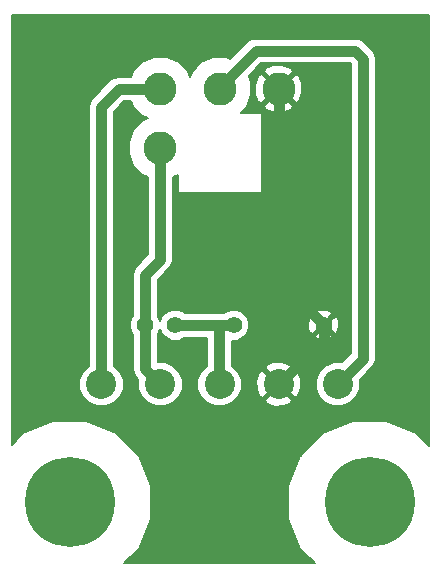
<source format=gbl>
G04 (created by PCBNEW (2013-07-07 BZR 4022)-stable) date 7/29/2015 5:29:03 PM*
%MOIN*%
G04 Gerber Fmt 3.4, Leading zero omitted, Abs format*
%FSLAX34Y34*%
G01*
G70*
G90*
G04 APERTURE LIST*
%ADD10C,0.00590551*%
%ADD11C,0.055*%
%ADD12C,0.110236*%
%ADD13C,0.1*%
%ADD14C,0.3*%
%ADD15C,0.0354331*%
%ADD16C,0.00787402*%
G04 APERTURE END LIST*
G54D10*
G54D11*
X98893Y-45275D03*
X101893Y-45275D03*
X95956Y-45275D03*
X96956Y-45275D03*
G54D12*
X98425Y-37401D03*
X100393Y-37401D03*
X96456Y-37401D03*
X96456Y-39370D03*
G54D13*
X94488Y-47244D03*
X96456Y-47244D03*
X98425Y-47244D03*
X100393Y-47244D03*
X102362Y-47244D03*
G54D14*
X93425Y-51181D03*
X103425Y-51181D03*
G54D15*
X98421Y-45275D02*
X98421Y-47240D01*
X98421Y-47240D02*
X98425Y-47244D01*
X96956Y-45275D02*
X98421Y-45275D01*
X98421Y-45275D02*
X98893Y-45275D01*
X101893Y-45275D02*
X101893Y-45744D01*
X101893Y-45744D02*
X100393Y-47244D01*
X100393Y-37401D02*
X100393Y-43775D01*
X100393Y-43775D02*
X101893Y-45275D01*
X96456Y-37401D02*
X95074Y-37401D01*
X95074Y-37401D02*
X94488Y-37988D01*
X94488Y-37988D02*
X94488Y-47244D01*
X98425Y-37401D02*
X98425Y-37338D01*
X103216Y-46389D02*
X102362Y-47244D01*
X103216Y-36405D02*
X103216Y-46389D01*
X102944Y-36133D02*
X103216Y-36405D01*
X99629Y-36133D02*
X102944Y-36133D01*
X98425Y-37338D02*
X99629Y-36133D01*
X95956Y-45275D02*
X95956Y-46744D01*
X95956Y-46744D02*
X96456Y-47244D01*
X96456Y-39370D02*
X96456Y-43086D01*
X95956Y-43586D02*
X95956Y-45275D01*
X96456Y-43086D02*
X95956Y-43586D01*
G54D10*
G36*
X105393Y-49302D02*
X104968Y-48876D01*
X103968Y-48461D01*
X103629Y-48460D01*
X103629Y-46389D01*
X103629Y-36405D01*
X103598Y-36247D01*
X103508Y-36113D01*
X103237Y-35841D01*
X103103Y-35751D01*
X102944Y-35720D01*
X99629Y-35720D01*
X99471Y-35751D01*
X99337Y-35841D01*
X98780Y-36398D01*
X98637Y-36338D01*
X98214Y-36338D01*
X97823Y-36499D01*
X97524Y-36798D01*
X97440Y-37000D01*
X97358Y-36800D01*
X97059Y-36500D01*
X96669Y-36338D01*
X96246Y-36338D01*
X95855Y-36499D01*
X95556Y-36798D01*
X95477Y-36988D01*
X95074Y-36988D01*
X94916Y-37019D01*
X94782Y-37109D01*
X94195Y-37695D01*
X94106Y-37829D01*
X94074Y-37988D01*
X94074Y-46618D01*
X94071Y-46619D01*
X93864Y-46826D01*
X93752Y-47097D01*
X93751Y-47389D01*
X93863Y-47660D01*
X94070Y-47867D01*
X94341Y-47980D01*
X94633Y-47980D01*
X94904Y-47868D01*
X95111Y-47661D01*
X95224Y-47391D01*
X95224Y-47098D01*
X95112Y-46827D01*
X94905Y-46620D01*
X94901Y-46618D01*
X94901Y-38159D01*
X95246Y-37814D01*
X95477Y-37814D01*
X95555Y-38002D01*
X95853Y-38302D01*
X96055Y-38385D01*
X95855Y-38468D01*
X95556Y-38767D01*
X95393Y-39157D01*
X95393Y-39580D01*
X95555Y-39971D01*
X95853Y-40270D01*
X96043Y-40349D01*
X96043Y-42915D01*
X95664Y-43294D01*
X95574Y-43428D01*
X95543Y-43586D01*
X95543Y-44965D01*
X95523Y-44985D01*
X95445Y-45173D01*
X95445Y-45376D01*
X95523Y-45564D01*
X95543Y-45585D01*
X95543Y-46744D01*
X95574Y-46902D01*
X95664Y-47036D01*
X95721Y-47093D01*
X95720Y-47097D01*
X95720Y-47389D01*
X95832Y-47660D01*
X96039Y-47867D01*
X96309Y-47980D01*
X96602Y-47980D01*
X96873Y-47868D01*
X97080Y-47661D01*
X97192Y-47391D01*
X97193Y-47098D01*
X97081Y-46827D01*
X96874Y-46620D01*
X96603Y-46508D01*
X96370Y-46507D01*
X96370Y-45585D01*
X96389Y-45565D01*
X96456Y-45404D01*
X96523Y-45564D01*
X96666Y-45708D01*
X96854Y-45786D01*
X97057Y-45786D01*
X97245Y-45709D01*
X97266Y-45688D01*
X98007Y-45688D01*
X98007Y-46620D01*
X97801Y-46826D01*
X97689Y-47097D01*
X97688Y-47389D01*
X97800Y-47660D01*
X98007Y-47867D01*
X98278Y-47980D01*
X98570Y-47980D01*
X98841Y-47868D01*
X99048Y-47661D01*
X99161Y-47391D01*
X99161Y-47098D01*
X99049Y-46827D01*
X98842Y-46620D01*
X98834Y-46616D01*
X98834Y-45786D01*
X98994Y-45786D01*
X99182Y-45709D01*
X99326Y-45565D01*
X99404Y-45377D01*
X99405Y-45174D01*
X99327Y-44986D01*
X99183Y-44842D01*
X98995Y-44764D01*
X98792Y-44764D01*
X98604Y-44841D01*
X98584Y-44862D01*
X98421Y-44862D01*
X97266Y-44862D01*
X97246Y-44842D01*
X97058Y-44764D01*
X96855Y-44764D01*
X96667Y-44841D01*
X96523Y-44985D01*
X96456Y-45146D01*
X96390Y-44986D01*
X96370Y-44966D01*
X96370Y-43757D01*
X96749Y-43378D01*
X96838Y-43244D01*
X96870Y-43086D01*
X96870Y-40349D01*
X97051Y-40274D01*
X97051Y-40885D01*
X99854Y-40885D01*
X99854Y-38192D01*
X99137Y-38192D01*
X99325Y-38004D01*
X99488Y-37613D01*
X99488Y-37191D01*
X99391Y-36956D01*
X99801Y-36547D01*
X102773Y-36547D01*
X102803Y-36576D01*
X102803Y-46218D01*
X102512Y-46509D01*
X102509Y-46508D01*
X102414Y-46507D01*
X102414Y-45338D01*
X102398Y-45134D01*
X102350Y-45018D01*
X102262Y-44992D01*
X102176Y-45078D01*
X102176Y-44907D01*
X102150Y-44818D01*
X101956Y-44754D01*
X101752Y-44770D01*
X101636Y-44818D01*
X101610Y-44907D01*
X101893Y-45189D01*
X102176Y-44907D01*
X102176Y-45078D01*
X101979Y-45275D01*
X102262Y-45558D01*
X102350Y-45532D01*
X102414Y-45338D01*
X102414Y-46507D01*
X102216Y-46507D01*
X102176Y-46524D01*
X102176Y-45644D01*
X101893Y-45361D01*
X101807Y-45447D01*
X101807Y-45275D01*
X101525Y-44992D01*
X101436Y-45018D01*
X101373Y-45212D01*
X101388Y-45416D01*
X101436Y-45532D01*
X101525Y-45558D01*
X101807Y-45275D01*
X101807Y-45447D01*
X101610Y-45644D01*
X101636Y-45732D01*
X101831Y-45796D01*
X102035Y-45780D01*
X102150Y-45732D01*
X102176Y-45644D01*
X102176Y-46524D01*
X101945Y-46619D01*
X101738Y-46826D01*
X101626Y-47097D01*
X101625Y-47389D01*
X101737Y-47660D01*
X101944Y-47867D01*
X102215Y-47980D01*
X102508Y-47980D01*
X102778Y-47868D01*
X102985Y-47661D01*
X103098Y-47391D01*
X103098Y-47098D01*
X103096Y-47094D01*
X103508Y-46682D01*
X103598Y-46547D01*
X103629Y-46389D01*
X103629Y-48460D01*
X102886Y-48460D01*
X101886Y-48873D01*
X101189Y-49569D01*
X101189Y-37530D01*
X101178Y-37215D01*
X101079Y-36978D01*
X100962Y-36918D01*
X100876Y-37004D01*
X100876Y-36832D01*
X100817Y-36715D01*
X100522Y-36605D01*
X100208Y-36617D01*
X99970Y-36715D01*
X99910Y-36832D01*
X100393Y-37315D01*
X100876Y-36832D01*
X100876Y-37004D01*
X100479Y-37401D01*
X100962Y-37884D01*
X101079Y-37824D01*
X101189Y-37530D01*
X101189Y-49569D01*
X101138Y-49619D01*
X101138Y-47360D01*
X101126Y-47066D01*
X101037Y-46851D01*
X100925Y-46798D01*
X100876Y-46846D01*
X100876Y-37970D01*
X100393Y-37487D01*
X100307Y-37573D01*
X100307Y-37401D01*
X99824Y-36918D01*
X99707Y-36978D01*
X99598Y-37272D01*
X99609Y-37587D01*
X99707Y-37824D01*
X99824Y-37884D01*
X100307Y-37401D01*
X100307Y-37573D01*
X99910Y-37970D01*
X99970Y-38087D01*
X100265Y-38197D01*
X100579Y-38185D01*
X100817Y-38087D01*
X100876Y-37970D01*
X100876Y-46846D01*
X100839Y-46883D01*
X100839Y-46712D01*
X100786Y-46600D01*
X100510Y-46499D01*
X100216Y-46511D01*
X100001Y-46600D01*
X99947Y-46712D01*
X100393Y-47158D01*
X100839Y-46712D01*
X100839Y-46883D01*
X100479Y-47244D01*
X100925Y-47690D01*
X101037Y-47636D01*
X101138Y-47360D01*
X101138Y-49619D01*
X101120Y-49638D01*
X100839Y-50313D01*
X100839Y-47775D01*
X100393Y-47329D01*
X100307Y-47415D01*
X100307Y-47244D01*
X99861Y-46798D01*
X99750Y-46851D01*
X99648Y-47127D01*
X99661Y-47421D01*
X99750Y-47636D01*
X99861Y-47690D01*
X100307Y-47244D01*
X100307Y-47415D01*
X99947Y-47775D01*
X100001Y-47887D01*
X100277Y-47988D01*
X100571Y-47976D01*
X100786Y-47887D01*
X100839Y-47775D01*
X100839Y-50313D01*
X100705Y-50637D01*
X100704Y-51719D01*
X101117Y-52720D01*
X101601Y-53204D01*
X95248Y-53204D01*
X95730Y-52724D01*
X96145Y-51724D01*
X96146Y-50642D01*
X95732Y-49642D01*
X94968Y-48876D01*
X93968Y-48461D01*
X92886Y-48460D01*
X91886Y-48873D01*
X91496Y-49262D01*
X91496Y-34937D01*
X105393Y-34937D01*
X105393Y-49302D01*
X105393Y-49302D01*
G37*
G54D16*
X105393Y-49302D02*
X104968Y-48876D01*
X103968Y-48461D01*
X103629Y-48460D01*
X103629Y-46389D01*
X103629Y-36405D01*
X103598Y-36247D01*
X103508Y-36113D01*
X103237Y-35841D01*
X103103Y-35751D01*
X102944Y-35720D01*
X99629Y-35720D01*
X99471Y-35751D01*
X99337Y-35841D01*
X98780Y-36398D01*
X98637Y-36338D01*
X98214Y-36338D01*
X97823Y-36499D01*
X97524Y-36798D01*
X97440Y-37000D01*
X97358Y-36800D01*
X97059Y-36500D01*
X96669Y-36338D01*
X96246Y-36338D01*
X95855Y-36499D01*
X95556Y-36798D01*
X95477Y-36988D01*
X95074Y-36988D01*
X94916Y-37019D01*
X94782Y-37109D01*
X94195Y-37695D01*
X94106Y-37829D01*
X94074Y-37988D01*
X94074Y-46618D01*
X94071Y-46619D01*
X93864Y-46826D01*
X93752Y-47097D01*
X93751Y-47389D01*
X93863Y-47660D01*
X94070Y-47867D01*
X94341Y-47980D01*
X94633Y-47980D01*
X94904Y-47868D01*
X95111Y-47661D01*
X95224Y-47391D01*
X95224Y-47098D01*
X95112Y-46827D01*
X94905Y-46620D01*
X94901Y-46618D01*
X94901Y-38159D01*
X95246Y-37814D01*
X95477Y-37814D01*
X95555Y-38002D01*
X95853Y-38302D01*
X96055Y-38385D01*
X95855Y-38468D01*
X95556Y-38767D01*
X95393Y-39157D01*
X95393Y-39580D01*
X95555Y-39971D01*
X95853Y-40270D01*
X96043Y-40349D01*
X96043Y-42915D01*
X95664Y-43294D01*
X95574Y-43428D01*
X95543Y-43586D01*
X95543Y-44965D01*
X95523Y-44985D01*
X95445Y-45173D01*
X95445Y-45376D01*
X95523Y-45564D01*
X95543Y-45585D01*
X95543Y-46744D01*
X95574Y-46902D01*
X95664Y-47036D01*
X95721Y-47093D01*
X95720Y-47097D01*
X95720Y-47389D01*
X95832Y-47660D01*
X96039Y-47867D01*
X96309Y-47980D01*
X96602Y-47980D01*
X96873Y-47868D01*
X97080Y-47661D01*
X97192Y-47391D01*
X97193Y-47098D01*
X97081Y-46827D01*
X96874Y-46620D01*
X96603Y-46508D01*
X96370Y-46507D01*
X96370Y-45585D01*
X96389Y-45565D01*
X96456Y-45404D01*
X96523Y-45564D01*
X96666Y-45708D01*
X96854Y-45786D01*
X97057Y-45786D01*
X97245Y-45709D01*
X97266Y-45688D01*
X98007Y-45688D01*
X98007Y-46620D01*
X97801Y-46826D01*
X97689Y-47097D01*
X97688Y-47389D01*
X97800Y-47660D01*
X98007Y-47867D01*
X98278Y-47980D01*
X98570Y-47980D01*
X98841Y-47868D01*
X99048Y-47661D01*
X99161Y-47391D01*
X99161Y-47098D01*
X99049Y-46827D01*
X98842Y-46620D01*
X98834Y-46616D01*
X98834Y-45786D01*
X98994Y-45786D01*
X99182Y-45709D01*
X99326Y-45565D01*
X99404Y-45377D01*
X99405Y-45174D01*
X99327Y-44986D01*
X99183Y-44842D01*
X98995Y-44764D01*
X98792Y-44764D01*
X98604Y-44841D01*
X98584Y-44862D01*
X98421Y-44862D01*
X97266Y-44862D01*
X97246Y-44842D01*
X97058Y-44764D01*
X96855Y-44764D01*
X96667Y-44841D01*
X96523Y-44985D01*
X96456Y-45146D01*
X96390Y-44986D01*
X96370Y-44966D01*
X96370Y-43757D01*
X96749Y-43378D01*
X96838Y-43244D01*
X96870Y-43086D01*
X96870Y-40349D01*
X97051Y-40274D01*
X97051Y-40885D01*
X99854Y-40885D01*
X99854Y-38192D01*
X99137Y-38192D01*
X99325Y-38004D01*
X99488Y-37613D01*
X99488Y-37191D01*
X99391Y-36956D01*
X99801Y-36547D01*
X102773Y-36547D01*
X102803Y-36576D01*
X102803Y-46218D01*
X102512Y-46509D01*
X102509Y-46508D01*
X102414Y-46507D01*
X102414Y-45338D01*
X102398Y-45134D01*
X102350Y-45018D01*
X102262Y-44992D01*
X102176Y-45078D01*
X102176Y-44907D01*
X102150Y-44818D01*
X101956Y-44754D01*
X101752Y-44770D01*
X101636Y-44818D01*
X101610Y-44907D01*
X101893Y-45189D01*
X102176Y-44907D01*
X102176Y-45078D01*
X101979Y-45275D01*
X102262Y-45558D01*
X102350Y-45532D01*
X102414Y-45338D01*
X102414Y-46507D01*
X102216Y-46507D01*
X102176Y-46524D01*
X102176Y-45644D01*
X101893Y-45361D01*
X101807Y-45447D01*
X101807Y-45275D01*
X101525Y-44992D01*
X101436Y-45018D01*
X101373Y-45212D01*
X101388Y-45416D01*
X101436Y-45532D01*
X101525Y-45558D01*
X101807Y-45275D01*
X101807Y-45447D01*
X101610Y-45644D01*
X101636Y-45732D01*
X101831Y-45796D01*
X102035Y-45780D01*
X102150Y-45732D01*
X102176Y-45644D01*
X102176Y-46524D01*
X101945Y-46619D01*
X101738Y-46826D01*
X101626Y-47097D01*
X101625Y-47389D01*
X101737Y-47660D01*
X101944Y-47867D01*
X102215Y-47980D01*
X102508Y-47980D01*
X102778Y-47868D01*
X102985Y-47661D01*
X103098Y-47391D01*
X103098Y-47098D01*
X103096Y-47094D01*
X103508Y-46682D01*
X103598Y-46547D01*
X103629Y-46389D01*
X103629Y-48460D01*
X102886Y-48460D01*
X101886Y-48873D01*
X101189Y-49569D01*
X101189Y-37530D01*
X101178Y-37215D01*
X101079Y-36978D01*
X100962Y-36918D01*
X100876Y-37004D01*
X100876Y-36832D01*
X100817Y-36715D01*
X100522Y-36605D01*
X100208Y-36617D01*
X99970Y-36715D01*
X99910Y-36832D01*
X100393Y-37315D01*
X100876Y-36832D01*
X100876Y-37004D01*
X100479Y-37401D01*
X100962Y-37884D01*
X101079Y-37824D01*
X101189Y-37530D01*
X101189Y-49569D01*
X101138Y-49619D01*
X101138Y-47360D01*
X101126Y-47066D01*
X101037Y-46851D01*
X100925Y-46798D01*
X100876Y-46846D01*
X100876Y-37970D01*
X100393Y-37487D01*
X100307Y-37573D01*
X100307Y-37401D01*
X99824Y-36918D01*
X99707Y-36978D01*
X99598Y-37272D01*
X99609Y-37587D01*
X99707Y-37824D01*
X99824Y-37884D01*
X100307Y-37401D01*
X100307Y-37573D01*
X99910Y-37970D01*
X99970Y-38087D01*
X100265Y-38197D01*
X100579Y-38185D01*
X100817Y-38087D01*
X100876Y-37970D01*
X100876Y-46846D01*
X100839Y-46883D01*
X100839Y-46712D01*
X100786Y-46600D01*
X100510Y-46499D01*
X100216Y-46511D01*
X100001Y-46600D01*
X99947Y-46712D01*
X100393Y-47158D01*
X100839Y-46712D01*
X100839Y-46883D01*
X100479Y-47244D01*
X100925Y-47690D01*
X101037Y-47636D01*
X101138Y-47360D01*
X101138Y-49619D01*
X101120Y-49638D01*
X100839Y-50313D01*
X100839Y-47775D01*
X100393Y-47329D01*
X100307Y-47415D01*
X100307Y-47244D01*
X99861Y-46798D01*
X99750Y-46851D01*
X99648Y-47127D01*
X99661Y-47421D01*
X99750Y-47636D01*
X99861Y-47690D01*
X100307Y-47244D01*
X100307Y-47415D01*
X99947Y-47775D01*
X100001Y-47887D01*
X100277Y-47988D01*
X100571Y-47976D01*
X100786Y-47887D01*
X100839Y-47775D01*
X100839Y-50313D01*
X100705Y-50637D01*
X100704Y-51719D01*
X101117Y-52720D01*
X101601Y-53204D01*
X95248Y-53204D01*
X95730Y-52724D01*
X96145Y-51724D01*
X96146Y-50642D01*
X95732Y-49642D01*
X94968Y-48876D01*
X93968Y-48461D01*
X92886Y-48460D01*
X91886Y-48873D01*
X91496Y-49262D01*
X91496Y-34937D01*
X105393Y-34937D01*
X105393Y-49302D01*
M02*

</source>
